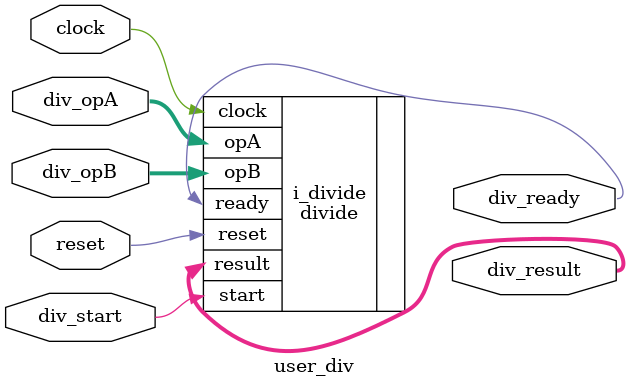
<source format=v>


`timescale 1ns/1ps

//`include "divide.v"

//Wrapper for divide module to allow different port names

module user_div
  ( input                    reset,
    input                    clock,
    input                    div_start,
    input      signed [31:0] div_opA,
    input      signed [31:0] div_opB,
    output                   div_ready,
    output            [63:0] div_result
  );


//Instantiate and connect the divide module

divide i_divide (
    
    .clock(clock),
    .reset(reset),
    .start(div_start),
    .opA(div_opA),
    .opB(div_opB),
    .ready(div_ready),
    .result(div_result)
);

endmodule // user_div


</source>
